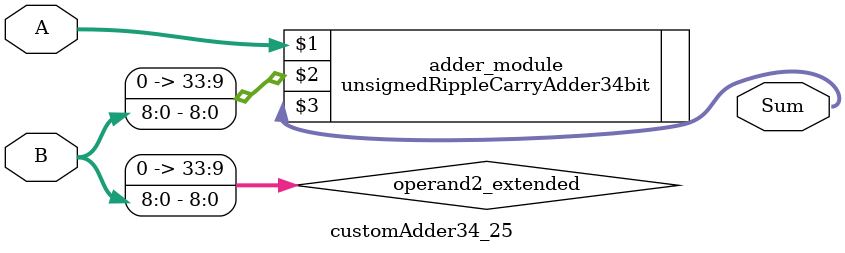
<source format=v>
module customAdder34_25(
                        input [33 : 0] A,
                        input [8 : 0] B,
                        
                        output [34 : 0] Sum
                );

        wire [33 : 0] operand2_extended;
        
        assign operand2_extended =  {25'b0, B};
        
        unsignedRippleCarryAdder34bit adder_module(
            A,
            operand2_extended,
            Sum
        );
        
        endmodule
        
</source>
